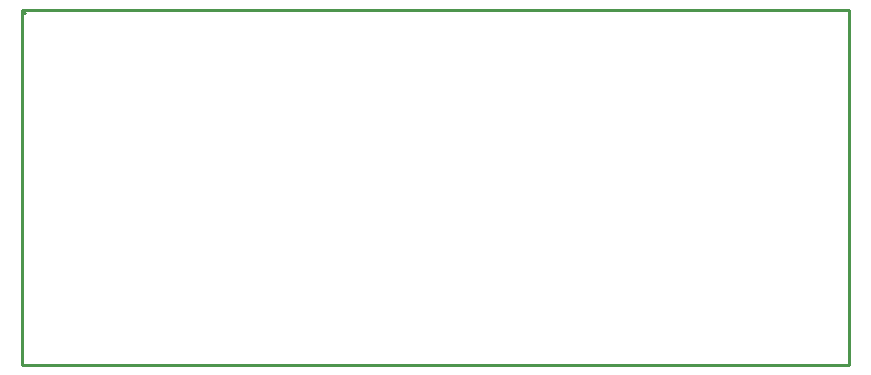
<source format=gko>
G04 ---------------------------- Layer name :KeepOutLayer *
G04 easyEDA 0.1*
G04 Scale: 100 percent, Rotated: No, Reflected: No *
G04 Dimensions in inches *
G04 leading zeros omitted , absolute positions ,2 integer and 4 *
%FSLAX24Y24*%
%MOIN*%
G90*
G70D02*

%ADD10C,0.010000*%
G54D10*
G01X30Y11766D02*
G01X27589Y11766D01*
G01X27589Y-44D01*
G01X30Y-44D01*
G01X30Y11766D01*
G01X129Y11667D01*

%LPD*%

M00*
M02*
</source>
